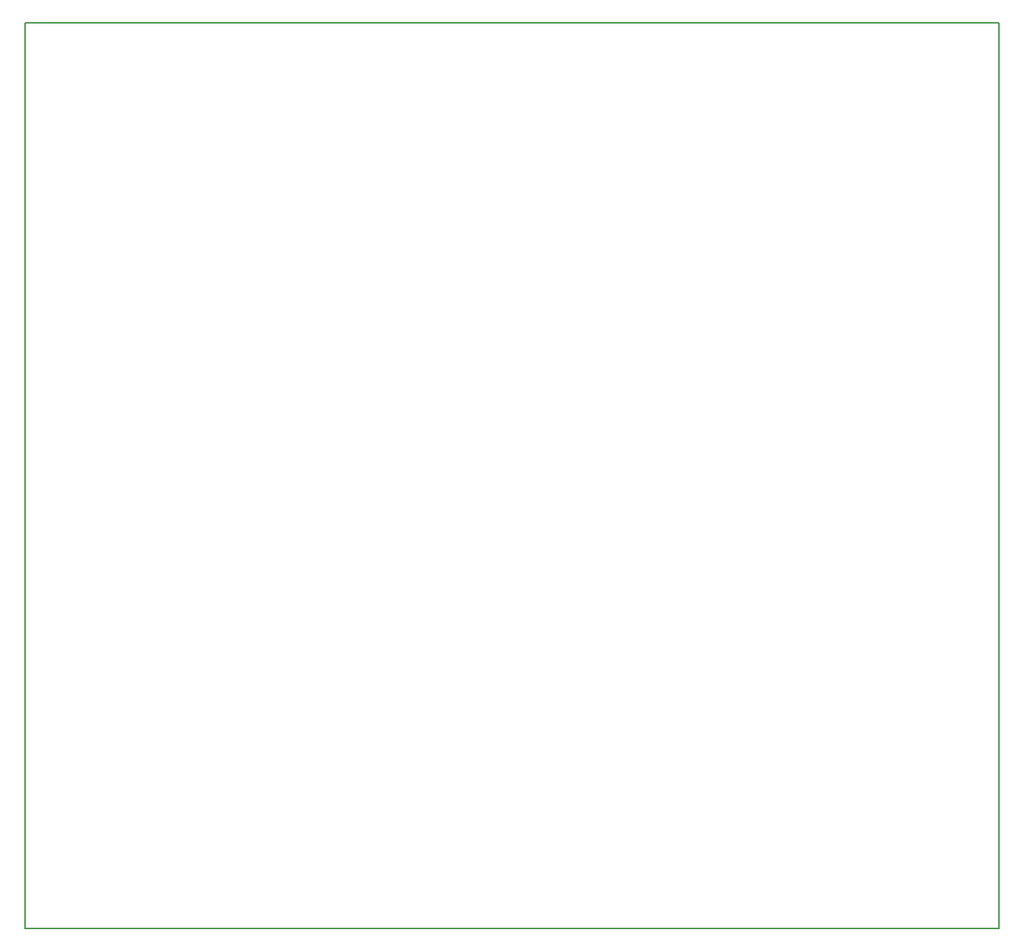
<source format=gbr>
%TF.GenerationSoftware,KiCad,Pcbnew,7.0.10*%
%TF.CreationDate,2024-03-07T18:04:43-07:00*%
%TF.ProjectId,User_Interface,55736572-5f49-46e7-9465-72666163652e,rev?*%
%TF.SameCoordinates,Original*%
%TF.FileFunction,Profile,NP*%
%FSLAX46Y46*%
G04 Gerber Fmt 4.6, Leading zero omitted, Abs format (unit mm)*
G04 Created by KiCad (PCBNEW 7.0.10) date 2024-03-07 18:04:43*
%MOMM*%
%LPD*%
G01*
G04 APERTURE LIST*
%TA.AperFunction,Profile*%
%ADD10C,0.200000*%
%TD*%
G04 APERTURE END LIST*
D10*
X87450000Y-44731802D02*
X199350000Y-44731802D01*
X199350000Y-148831802D01*
X87450000Y-148831802D01*
X87450000Y-44731802D01*
M02*

</source>
